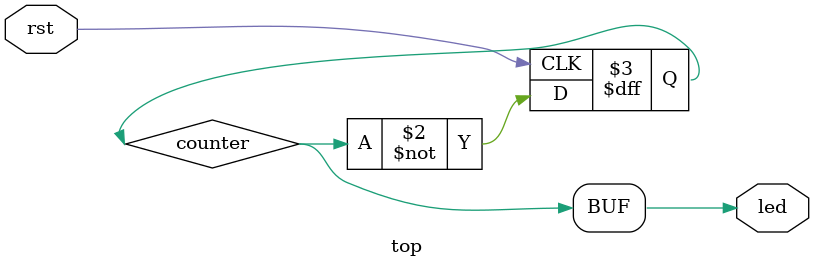
<source format=v>
module top(input wire rst, output wire led);
    reg counter;
    always @(posedge rst) begin
       counter <= ~counter;
    end
    assign led = counter;
endmodule

</source>
